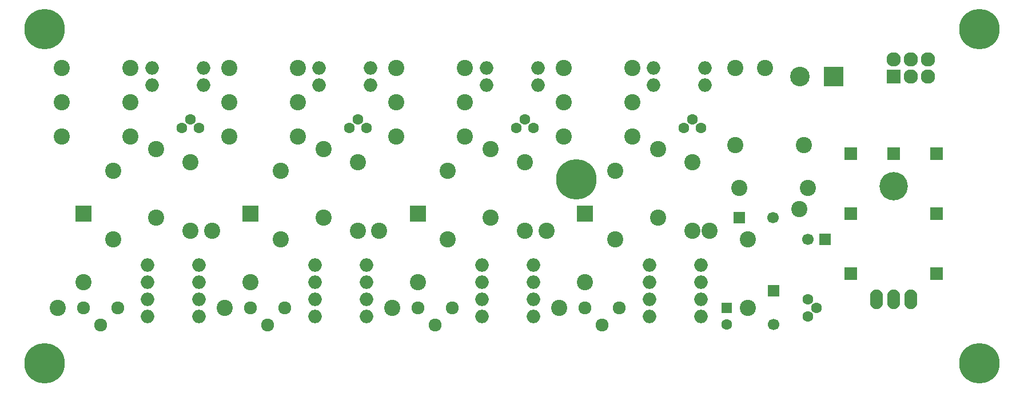
<source format=gbr>
G04 #@! TF.FileFunction,Soldermask,Bot*
%FSLAX46Y46*%
G04 Gerber Fmt 4.6, Leading zero omitted, Abs format (unit mm)*
G04 Created by KiCad (PCBNEW 4.0.2+dfsg1-stable) date Sat 01 Jul 2017 06:48:44 PM EDT*
%MOMM*%
G01*
G04 APERTURE LIST*
%ADD10C,0.100000*%
%ADD11R,1.600000X1.600000*%
%ADD12C,1.600000*%
%ADD13R,1.700000X1.700000*%
%ADD14C,1.700000*%
%ADD15C,2.398980*%
%ADD16R,2.398980X2.398980*%
%ADD17R,2.127200X2.127200*%
%ADD18O,2.127200X2.127200*%
%ADD19R,2.900000X2.900000*%
%ADD20C,2.900000*%
%ADD21C,1.924000*%
%ADD22O,2.000000X2.000000*%
%ADD23O,1.901140X2.899360*%
%ADD24C,4.199840*%
%ADD25C,2.400000*%
%ADD26C,5.988000*%
%ADD27R,1.901140X1.901140*%
G04 APERTURE END LIST*
D10*
D11*
X165735000Y-115570000D03*
D12*
X165735000Y-118070000D03*
D13*
X172720000Y-113030000D03*
D14*
X172720000Y-118030000D03*
D13*
X167640000Y-102235000D03*
D14*
X172640000Y-102235000D03*
D13*
X180340000Y-105410000D03*
D14*
X177840000Y-105410000D03*
D15*
X70487540Y-111760000D03*
D16*
X70487540Y-101600000D03*
D15*
X95252540Y-111760000D03*
D16*
X95252540Y-101600000D03*
D15*
X120017540Y-111760000D03*
D16*
X120017540Y-101600000D03*
D15*
X144782540Y-111760000D03*
D16*
X144782540Y-101600000D03*
D17*
X190500000Y-81280000D03*
D18*
X190500000Y-78740000D03*
X193040000Y-81280000D03*
X193040000Y-78740000D03*
X195580000Y-81280000D03*
X195580000Y-78740000D03*
D19*
X181610000Y-81280000D03*
D20*
X176610000Y-81280000D03*
D12*
X177800000Y-116840000D03*
X179070000Y-115570000D03*
X177800000Y-114300000D03*
X87630000Y-88900000D03*
X86360000Y-87630000D03*
X85090000Y-88900000D03*
X112395000Y-88900000D03*
X111125000Y-87630000D03*
X109855000Y-88900000D03*
X137160000Y-88900000D03*
X135890000Y-87630000D03*
X134620000Y-88900000D03*
X161925000Y-88900000D03*
X160655000Y-87630000D03*
X159385000Y-88900000D03*
D15*
X74930000Y-95250000D03*
X74930000Y-105410000D03*
D21*
X73025000Y-118110000D03*
X70485000Y-115570000D03*
X75565000Y-115570000D03*
D15*
X81280000Y-92075000D03*
X81280000Y-102235000D03*
X67310000Y-85090000D03*
X77470000Y-85090000D03*
X86360000Y-93980000D03*
X86360000Y-104140000D03*
X67310000Y-80010000D03*
X77470000Y-80010000D03*
X99695000Y-95250000D03*
X99695000Y-105410000D03*
D21*
X97790000Y-118110000D03*
X95250000Y-115570000D03*
X100330000Y-115570000D03*
D15*
X106045000Y-92075000D03*
X106045000Y-102235000D03*
X92075000Y-85090000D03*
X102235000Y-85090000D03*
X111125000Y-93980000D03*
X111125000Y-104140000D03*
X92075000Y-80010000D03*
X102235000Y-80010000D03*
X124460000Y-95250000D03*
X124460000Y-105410000D03*
D21*
X122555000Y-118110000D03*
X120015000Y-115570000D03*
X125095000Y-115570000D03*
D15*
X130810000Y-92075000D03*
X130810000Y-102235000D03*
X116840000Y-85090000D03*
X127000000Y-85090000D03*
X135890000Y-93980000D03*
X135890000Y-104140000D03*
X116840000Y-80010000D03*
X127000000Y-80010000D03*
X149225000Y-95250000D03*
X149225000Y-105410000D03*
D21*
X147320000Y-118110000D03*
X144780000Y-115570000D03*
X149860000Y-115570000D03*
D15*
X155575000Y-92075000D03*
X155575000Y-102235000D03*
X141605000Y-85090000D03*
X151765000Y-85090000D03*
X160655000Y-93980000D03*
X160655000Y-104140000D03*
X141605000Y-80010000D03*
X151765000Y-80010000D03*
X168910000Y-115570000D03*
X168910000Y-105410000D03*
X177800000Y-97790000D03*
X167640000Y-97790000D03*
X177165000Y-91440000D03*
X167005000Y-91440000D03*
D22*
X80010000Y-109220000D03*
X80010000Y-111760000D03*
X80010000Y-114300000D03*
X80010000Y-116840000D03*
X87630000Y-116840000D03*
X87630000Y-114300000D03*
X87630000Y-111760000D03*
X87630000Y-109220000D03*
X80645000Y-80010000D03*
X80645000Y-82550000D03*
X88265000Y-82550000D03*
X88265000Y-80010000D03*
X104775000Y-109220000D03*
X104775000Y-111760000D03*
X104775000Y-114300000D03*
X104775000Y-116840000D03*
X112395000Y-116840000D03*
X112395000Y-114300000D03*
X112395000Y-111760000D03*
X112395000Y-109220000D03*
X105410000Y-80010000D03*
X105410000Y-82550000D03*
X113030000Y-82550000D03*
X113030000Y-80010000D03*
X129540000Y-109220000D03*
X129540000Y-111760000D03*
X129540000Y-114300000D03*
X129540000Y-116840000D03*
X137160000Y-116840000D03*
X137160000Y-114300000D03*
X137160000Y-111760000D03*
X137160000Y-109220000D03*
X130175000Y-80010000D03*
X130175000Y-82550000D03*
X137795000Y-82550000D03*
X137795000Y-80010000D03*
X154305000Y-109220000D03*
X154305000Y-111760000D03*
X154305000Y-114300000D03*
X154305000Y-116840000D03*
X161925000Y-116840000D03*
X161925000Y-114300000D03*
X161925000Y-111760000D03*
X161925000Y-109220000D03*
X154940000Y-80010000D03*
X154940000Y-82550000D03*
X162560000Y-82550000D03*
X162560000Y-80010000D03*
D23*
X190500000Y-114300000D03*
X187960000Y-114300000D03*
X193040000Y-114300000D03*
D24*
X190500000Y-97536000D03*
D15*
X67310000Y-90170000D03*
X77470000Y-90170000D03*
X92075000Y-90170000D03*
X102235000Y-90170000D03*
X116840000Y-90170000D03*
X127000000Y-90170000D03*
X141605000Y-90170000D03*
X151765000Y-90170000D03*
D25*
X66675000Y-115570000D03*
X91440000Y-115570000D03*
X116205000Y-115570000D03*
X140970000Y-115570000D03*
X89535000Y-104140000D03*
X163195000Y-104140000D03*
X171450000Y-80010000D03*
X114300000Y-104140000D03*
X139065000Y-104140000D03*
X167005000Y-80010000D03*
X176530000Y-100965000D03*
D26*
X64770000Y-74295000D03*
X64770000Y-123825000D03*
X203200000Y-74295000D03*
X203200000Y-123825000D03*
X143510000Y-96520000D03*
D27*
X184150000Y-92710000D03*
X196850000Y-92710000D03*
X184150000Y-110490000D03*
X196850000Y-110490000D03*
X196850000Y-101600000D03*
X184150000Y-101600000D03*
X190500000Y-92710000D03*
M02*

</source>
